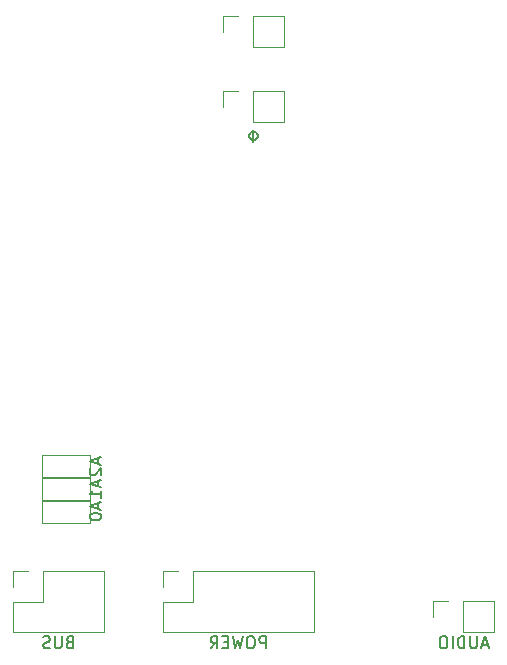
<source format=gbo>
G04 #@! TF.GenerationSoftware,KiCad,Pcbnew,6.0.4+dfsg-1+b1*
G04 #@! TF.CreationDate,2022-04-24T01:38:02+03:00*
G04 #@! TF.ProjectId,yatabaza-synth,79617461-6261-47a6-912d-73796e74682e,rev?*
G04 #@! TF.SameCoordinates,Original*
G04 #@! TF.FileFunction,Legend,Bot*
G04 #@! TF.FilePolarity,Positive*
%FSLAX46Y46*%
G04 Gerber Fmt 4.6, Leading zero omitted, Abs format (unit mm)*
G04 Created by KiCad (PCBNEW 6.0.4+dfsg-1+b1) date 2022-04-24 01:38:02*
%MOMM*%
%LPD*%
G01*
G04 APERTURE LIST*
%ADD10C,0.150000*%
%ADD11C,0.120000*%
%ADD12C,1.600000*%
%ADD13R,1.600000X1.600000*%
%ADD14C,1.400000*%
%ADD15O,1.400000X1.400000*%
%ADD16O,1.600000X1.600000*%
%ADD17C,1.500000*%
%ADD18R,1.700000X1.700000*%
%ADD19O,1.700000X1.700000*%
%ADD20R,1.000000X1.500000*%
G04 APERTURE END LIST*
D10*
X38504523Y-71889880D02*
X38504523Y-70889880D01*
X38123571Y-70889880D01*
X38028333Y-70937500D01*
X37980714Y-70985119D01*
X37933095Y-71080357D01*
X37933095Y-71223214D01*
X37980714Y-71318452D01*
X38028333Y-71366071D01*
X38123571Y-71413690D01*
X38504523Y-71413690D01*
X37314047Y-70889880D02*
X37123571Y-70889880D01*
X37028333Y-70937500D01*
X36933095Y-71032738D01*
X36885476Y-71223214D01*
X36885476Y-71556547D01*
X36933095Y-71747023D01*
X37028333Y-71842261D01*
X37123571Y-71889880D01*
X37314047Y-71889880D01*
X37409285Y-71842261D01*
X37504523Y-71747023D01*
X37552142Y-71556547D01*
X37552142Y-71223214D01*
X37504523Y-71032738D01*
X37409285Y-70937500D01*
X37314047Y-70889880D01*
X36552142Y-70889880D02*
X36314047Y-71889880D01*
X36123571Y-71175595D01*
X35933095Y-71889880D01*
X35695000Y-70889880D01*
X35314047Y-71366071D02*
X34980714Y-71366071D01*
X34837857Y-71889880D02*
X35314047Y-71889880D01*
X35314047Y-70889880D01*
X34837857Y-70889880D01*
X33837857Y-71889880D02*
X34171190Y-71413690D01*
X34409285Y-71889880D02*
X34409285Y-70889880D01*
X34028333Y-70889880D01*
X33933095Y-70937500D01*
X33885476Y-70985119D01*
X33837857Y-71080357D01*
X33837857Y-71223214D01*
X33885476Y-71318452D01*
X33933095Y-71366071D01*
X34028333Y-71413690D01*
X34409285Y-71413690D01*
X24296666Y-59610714D02*
X24296666Y-60086904D01*
X24582380Y-59515476D02*
X23582380Y-59848809D01*
X24582380Y-60182142D01*
X23582380Y-60705952D02*
X23582380Y-60801190D01*
X23630000Y-60896428D01*
X23677619Y-60944047D01*
X23772857Y-60991666D01*
X23963333Y-61039285D01*
X24201428Y-61039285D01*
X24391904Y-60991666D01*
X24487142Y-60944047D01*
X24534761Y-60896428D01*
X24582380Y-60801190D01*
X24582380Y-60705952D01*
X24534761Y-60610714D01*
X24487142Y-60563095D01*
X24391904Y-60515476D01*
X24201428Y-60467857D01*
X23963333Y-60467857D01*
X23772857Y-60515476D01*
X23677619Y-60563095D01*
X23630000Y-60610714D01*
X23582380Y-60705952D01*
X24296666Y-57705714D02*
X24296666Y-58181904D01*
X24582380Y-57610476D02*
X23582380Y-57943809D01*
X24582380Y-58277142D01*
X24582380Y-59134285D02*
X24582380Y-58562857D01*
X24582380Y-58848571D02*
X23582380Y-58848571D01*
X23725238Y-58753333D01*
X23820476Y-58658095D01*
X23868095Y-58562857D01*
X24296666Y-55800714D02*
X24296666Y-56276904D01*
X24582380Y-55705476D02*
X23582380Y-56038809D01*
X24582380Y-56372142D01*
X23677619Y-56657857D02*
X23630000Y-56705476D01*
X23582380Y-56800714D01*
X23582380Y-57038809D01*
X23630000Y-57134047D01*
X23677619Y-57181666D01*
X23772857Y-57229285D01*
X23868095Y-57229285D01*
X24010952Y-57181666D01*
X24582380Y-56610238D01*
X24582380Y-57229285D01*
X21883571Y-71366071D02*
X21740714Y-71413690D01*
X21693095Y-71461309D01*
X21645476Y-71556547D01*
X21645476Y-71699404D01*
X21693095Y-71794642D01*
X21740714Y-71842261D01*
X21835952Y-71889880D01*
X22216904Y-71889880D01*
X22216904Y-70889880D01*
X21883571Y-70889880D01*
X21788333Y-70937500D01*
X21740714Y-70985119D01*
X21693095Y-71080357D01*
X21693095Y-71175595D01*
X21740714Y-71270833D01*
X21788333Y-71318452D01*
X21883571Y-71366071D01*
X22216904Y-71366071D01*
X21216904Y-70889880D02*
X21216904Y-71699404D01*
X21169285Y-71794642D01*
X21121666Y-71842261D01*
X21026428Y-71889880D01*
X20835952Y-71889880D01*
X20740714Y-71842261D01*
X20693095Y-71794642D01*
X20645476Y-71699404D01*
X20645476Y-70889880D01*
X20216904Y-71842261D02*
X20074047Y-71889880D01*
X19835952Y-71889880D01*
X19740714Y-71842261D01*
X19693095Y-71794642D01*
X19645476Y-71699404D01*
X19645476Y-71604166D01*
X19693095Y-71508928D01*
X19740714Y-71461309D01*
X19835952Y-71413690D01*
X20026428Y-71366071D01*
X20121666Y-71318452D01*
X20169285Y-71270833D01*
X20216904Y-71175595D01*
X20216904Y-71080357D01*
X20169285Y-70985119D01*
X20121666Y-70937500D01*
X20026428Y-70889880D01*
X19788333Y-70889880D01*
X19645476Y-70937500D01*
X57268809Y-71604166D02*
X56792619Y-71604166D01*
X57364047Y-71889880D02*
X57030714Y-70889880D01*
X56697380Y-71889880D01*
X56364047Y-70889880D02*
X56364047Y-71699404D01*
X56316428Y-71794642D01*
X56268809Y-71842261D01*
X56173571Y-71889880D01*
X55983095Y-71889880D01*
X55887857Y-71842261D01*
X55840238Y-71794642D01*
X55792619Y-71699404D01*
X55792619Y-70889880D01*
X55316428Y-71889880D02*
X55316428Y-70889880D01*
X55078333Y-70889880D01*
X54935476Y-70937500D01*
X54840238Y-71032738D01*
X54792619Y-71127976D01*
X54745000Y-71318452D01*
X54745000Y-71461309D01*
X54792619Y-71651785D01*
X54840238Y-71747023D01*
X54935476Y-71842261D01*
X55078333Y-71889880D01*
X55316428Y-71889880D01*
X54316428Y-71889880D02*
X54316428Y-70889880D01*
X53649761Y-70889880D02*
X53459285Y-70889880D01*
X53364047Y-70937500D01*
X53268809Y-71032738D01*
X53221190Y-71223214D01*
X53221190Y-71556547D01*
X53268809Y-71747023D01*
X53364047Y-71842261D01*
X53459285Y-71889880D01*
X53649761Y-71889880D01*
X53745000Y-71842261D01*
X53840238Y-71747023D01*
X53887857Y-71556547D01*
X53887857Y-71223214D01*
X53840238Y-71032738D01*
X53745000Y-70937500D01*
X53649761Y-70889880D01*
X37465000Y-29027380D02*
X37465000Y-28027380D01*
X37560238Y-28170238D02*
X37369761Y-28170238D01*
X37226904Y-28217857D01*
X37131666Y-28313095D01*
X37084047Y-28408333D01*
X37084047Y-28598809D01*
X37131666Y-28694047D01*
X37226904Y-28789285D01*
X37369761Y-28836904D01*
X37560238Y-28836904D01*
X37703095Y-28789285D01*
X37798333Y-28694047D01*
X37845952Y-28598809D01*
X37845952Y-28408333D01*
X37798333Y-28313095D01*
X37703095Y-28217857D01*
X37560238Y-28170238D01*
D11*
X31115000Y-65345000D02*
X29785000Y-65345000D01*
X29785000Y-65345000D02*
X29785000Y-66675000D01*
X42605000Y-65345000D02*
X42605000Y-70545000D01*
X32385000Y-65345000D02*
X32385000Y-67945000D01*
X32385000Y-67945000D02*
X29785000Y-67945000D01*
X29785000Y-67945000D02*
X29785000Y-70545000D01*
X29785000Y-70545000D02*
X42605000Y-70545000D01*
X32385000Y-65345000D02*
X42605000Y-65345000D01*
X23640000Y-59325000D02*
X19540000Y-59325000D01*
X19540000Y-59325000D02*
X19540000Y-61325000D01*
X19540000Y-61325000D02*
X23640000Y-61325000D01*
X23640000Y-61325000D02*
X23640000Y-59325000D01*
X19540000Y-59420000D02*
X23640000Y-59420000D01*
X19540000Y-57420000D02*
X19540000Y-59420000D01*
X23640000Y-57420000D02*
X19540000Y-57420000D01*
X23640000Y-59420000D02*
X23640000Y-57420000D01*
X23640000Y-57515000D02*
X23640000Y-55515000D01*
X23640000Y-55515000D02*
X19540000Y-55515000D01*
X19540000Y-57515000D02*
X23640000Y-57515000D01*
X19540000Y-55515000D02*
X19540000Y-57515000D01*
X36195000Y-18355000D02*
X34865000Y-18355000D01*
X37465000Y-18355000D02*
X40065000Y-18355000D01*
X40065000Y-18355000D02*
X40065000Y-21015000D01*
X37465000Y-21015000D02*
X40065000Y-21015000D01*
X37465000Y-18355000D02*
X37465000Y-21015000D01*
X34865000Y-18355000D02*
X34865000Y-19685000D01*
X17085000Y-67945000D02*
X17085000Y-70545000D01*
X24825000Y-65345000D02*
X24825000Y-70545000D01*
X19685000Y-65345000D02*
X19685000Y-67945000D01*
X18415000Y-65345000D02*
X17085000Y-65345000D01*
X17085000Y-70545000D02*
X24825000Y-70545000D01*
X19685000Y-67945000D02*
X17085000Y-67945000D01*
X19685000Y-65345000D02*
X24825000Y-65345000D01*
X17085000Y-65345000D02*
X17085000Y-66675000D01*
X52645000Y-67885000D02*
X52645000Y-69215000D01*
X55245000Y-67885000D02*
X55245000Y-70545000D01*
X53975000Y-67885000D02*
X52645000Y-67885000D01*
X57845000Y-67885000D02*
X57845000Y-70545000D01*
X55245000Y-70545000D02*
X57845000Y-70545000D01*
X55245000Y-67885000D02*
X57845000Y-67885000D01*
X34865000Y-24705000D02*
X34865000Y-26035000D01*
X40065000Y-24705000D02*
X40065000Y-27365000D01*
X37465000Y-24705000D02*
X37465000Y-27365000D01*
X37465000Y-24705000D02*
X40065000Y-24705000D01*
X36195000Y-24705000D02*
X34865000Y-24705000D01*
X37465000Y-27365000D02*
X40065000Y-27365000D01*
%LPC*%
D12*
X48895000Y-39370000D03*
X51395000Y-39370000D03*
X53975000Y-52070000D03*
X56475000Y-52070000D03*
D13*
X50165000Y-54610000D03*
D12*
X47665000Y-54610000D03*
D13*
X47625000Y-61595000D03*
D12*
X50125000Y-61595000D03*
X27325000Y-63182500D03*
X29825000Y-63182500D03*
X29210000Y-26670000D03*
X31710000Y-26670000D03*
X27940000Y-15240000D03*
X27940000Y-17740000D03*
X56515000Y-39370000D03*
X54015000Y-39370000D03*
X17780000Y-22860000D03*
X17780000Y-20360000D03*
X17780000Y-15240000D03*
X17780000Y-17740000D03*
D13*
X52705000Y-22860000D03*
D12*
X52705000Y-20360000D03*
D13*
X57785000Y-61277500D03*
D12*
X57785000Y-63777500D03*
D13*
X57785000Y-58102500D03*
D12*
X57785000Y-55602500D03*
D14*
X25450000Y-22860000D03*
D15*
X27990000Y-22860000D03*
D14*
X27890000Y-20310000D03*
D15*
X25350000Y-20310000D03*
D14*
X56515000Y-66040000D03*
D15*
X53975000Y-66040000D03*
D13*
X17780000Y-27940000D03*
D16*
X17780000Y-30480000D03*
X17780000Y-33020000D03*
X17780000Y-35560000D03*
X17780000Y-38100000D03*
X17780000Y-40640000D03*
X17780000Y-43180000D03*
X17780000Y-45720000D03*
X17780000Y-48260000D03*
X17780000Y-50800000D03*
X17780000Y-53340000D03*
X17780000Y-55880000D03*
X17780000Y-58420000D03*
X17780000Y-60960000D03*
X25400000Y-60960000D03*
X25400000Y-58420000D03*
X25400000Y-55880000D03*
X25400000Y-53340000D03*
X25400000Y-50800000D03*
X25400000Y-48260000D03*
X25400000Y-45720000D03*
X25400000Y-43180000D03*
X25400000Y-40640000D03*
X25400000Y-38100000D03*
X25400000Y-35560000D03*
X25400000Y-33020000D03*
X25400000Y-30480000D03*
X25400000Y-27940000D03*
D13*
X29210000Y-30480000D03*
D16*
X29210000Y-33020000D03*
X29210000Y-35560000D03*
X29210000Y-38100000D03*
X29210000Y-40640000D03*
X29210000Y-43180000D03*
X29210000Y-45720000D03*
X29210000Y-48260000D03*
X29210000Y-50800000D03*
X29210000Y-53340000D03*
X29210000Y-55880000D03*
X29210000Y-58420000D03*
X44450000Y-58420000D03*
X44450000Y-55880000D03*
X44450000Y-53340000D03*
X44450000Y-50800000D03*
X44450000Y-48260000D03*
X44450000Y-45720000D03*
X44450000Y-43180000D03*
X44450000Y-40640000D03*
X44450000Y-38100000D03*
X44450000Y-35560000D03*
X44450000Y-33020000D03*
X44450000Y-30480000D03*
D13*
X31750000Y-22860000D03*
D16*
X34290000Y-22860000D03*
X36830000Y-22860000D03*
X39370000Y-22860000D03*
X41910000Y-22860000D03*
X44450000Y-22860000D03*
X46990000Y-22860000D03*
X46990000Y-15240000D03*
X44450000Y-15240000D03*
X41910000Y-15240000D03*
X39370000Y-15240000D03*
X36830000Y-15240000D03*
X34290000Y-15240000D03*
X31750000Y-15240000D03*
D13*
X56515000Y-35560000D03*
D16*
X56515000Y-33020000D03*
X56515000Y-30480000D03*
X56515000Y-27940000D03*
X48895000Y-27940000D03*
X48895000Y-30480000D03*
X48895000Y-33020000D03*
X48895000Y-35560000D03*
D13*
X48895000Y-49530000D03*
D16*
X51435000Y-49530000D03*
X53975000Y-49530000D03*
X56515000Y-49530000D03*
X56515000Y-41910000D03*
X53975000Y-41910000D03*
X51435000Y-41910000D03*
X48895000Y-41910000D03*
D17*
X21590000Y-21590000D03*
X21590000Y-16710000D03*
D14*
X27305000Y-66675000D03*
D15*
X27305000Y-69215000D03*
D14*
X53340000Y-60910000D03*
D15*
X53340000Y-58370000D03*
D18*
X31115000Y-66675000D03*
D19*
X31115000Y-69215000D03*
X33655000Y-66675000D03*
X33655000Y-69215000D03*
X36195000Y-66675000D03*
X36195000Y-69215000D03*
X38735000Y-66675000D03*
X38735000Y-69215000D03*
X41275000Y-66675000D03*
X41275000Y-69215000D03*
D20*
X22890000Y-60325000D03*
X21590000Y-60325000D03*
X20290000Y-60325000D03*
X22890000Y-58420000D03*
X21590000Y-58420000D03*
X20290000Y-58420000D03*
X22890000Y-56515000D03*
X21590000Y-56515000D03*
X20290000Y-56515000D03*
D18*
X36195000Y-19685000D03*
D19*
X38735000Y-19685000D03*
D18*
X18415000Y-66675000D03*
D19*
X18415000Y-69215000D03*
X20955000Y-66675000D03*
X20955000Y-69215000D03*
X23495000Y-66675000D03*
X23495000Y-69215000D03*
D18*
X53975000Y-69215000D03*
D19*
X56515000Y-69215000D03*
D18*
X36195000Y-26035000D03*
D19*
X38735000Y-26035000D03*
M02*

</source>
